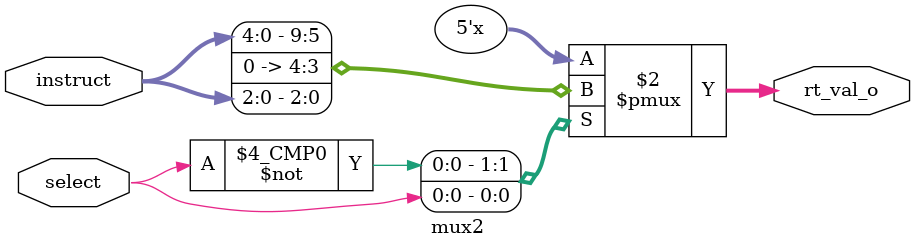
<source format=sv>
module mux2(input select, input logic [4:0] instruct, output logic [4:0] rt_val_o);

	always_comb begin
		case(select)
			0: rt_val_o = instruct;
			1: rt_val_o = {2'b00, instruct[2:0]};
		endcase
	end
endmodule
</source>
